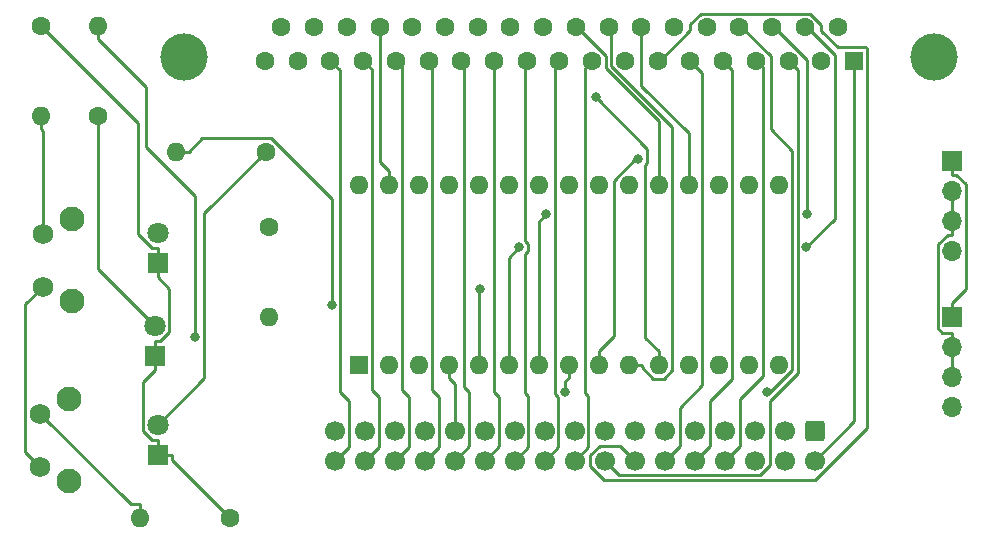
<source format=gbr>
%TF.GenerationSoftware,KiCad,Pcbnew,(6.0.6)*%
%TF.CreationDate,2023-06-02T12:55:39+02:00*%
%TF.ProjectId,X68KFDUINO,5836384b-4644-4554-994e-4f2e6b696361,rev?*%
%TF.SameCoordinates,Original*%
%TF.FileFunction,Copper,L2,Bot*%
%TF.FilePolarity,Positive*%
%FSLAX46Y46*%
G04 Gerber Fmt 4.6, Leading zero omitted, Abs format (unit mm)*
G04 Created by KiCad (PCBNEW (6.0.6)) date 2023-06-02 12:55:39*
%MOMM*%
%LPD*%
G01*
G04 APERTURE LIST*
G04 Aperture macros list*
%AMRoundRect*
0 Rectangle with rounded corners*
0 $1 Rounding radius*
0 $2 $3 $4 $5 $6 $7 $8 $9 X,Y pos of 4 corners*
0 Add a 4 corners polygon primitive as box body*
4,1,4,$2,$3,$4,$5,$6,$7,$8,$9,$2,$3,0*
0 Add four circle primitives for the rounded corners*
1,1,$1+$1,$2,$3*
1,1,$1+$1,$4,$5*
1,1,$1+$1,$6,$7*
1,1,$1+$1,$8,$9*
0 Add four rect primitives between the rounded corners*
20,1,$1+$1,$2,$3,$4,$5,0*
20,1,$1+$1,$4,$5,$6,$7,0*
20,1,$1+$1,$6,$7,$8,$9,0*
20,1,$1+$1,$8,$9,$2,$3,0*%
G04 Aperture macros list end*
%TA.AperFunction,ComponentPad*%
%ADD10R,1.800000X1.800000*%
%TD*%
%TA.AperFunction,ComponentPad*%
%ADD11C,1.800000*%
%TD*%
%TA.AperFunction,ComponentPad*%
%ADD12C,1.600000*%
%TD*%
%TA.AperFunction,ComponentPad*%
%ADD13O,1.600000X1.600000*%
%TD*%
%TA.AperFunction,ComponentPad*%
%ADD14R,1.700000X1.700000*%
%TD*%
%TA.AperFunction,ComponentPad*%
%ADD15O,1.700000X1.700000*%
%TD*%
%TA.AperFunction,ComponentPad*%
%ADD16C,2.100000*%
%TD*%
%TA.AperFunction,ComponentPad*%
%ADD17C,1.750000*%
%TD*%
%TA.AperFunction,ComponentPad*%
%ADD18RoundRect,0.250000X-0.600000X0.600000X-0.600000X-0.600000X0.600000X-0.600000X0.600000X0.600000X0*%
%TD*%
%TA.AperFunction,ComponentPad*%
%ADD19C,1.700000*%
%TD*%
%TA.AperFunction,ComponentPad*%
%ADD20C,4.000000*%
%TD*%
%TA.AperFunction,ComponentPad*%
%ADD21R,1.600000X1.600000*%
%TD*%
%TA.AperFunction,ViaPad*%
%ADD22C,0.800000*%
%TD*%
%TA.AperFunction,Conductor*%
%ADD23C,0.250000*%
%TD*%
G04 APERTURE END LIST*
D10*
%TO.P,D3,1,K*%
%TO.N,GND*%
X121666000Y-81539000D03*
D11*
%TO.P,D3,2,A*%
%TO.N,Net-(D3-Pad2)*%
X121666000Y-78999000D03*
%TD*%
D12*
%TO.P,R5,1*%
%TO.N,GND*%
X128016000Y-95250000D03*
D13*
%TO.P,R5,2*%
%TO.N,BT_FD0*%
X120396000Y-95250000D03*
%TD*%
D12*
%TO.P,R1,1*%
%TO.N,Net-(D1-Pad2)*%
X131064000Y-64262000D03*
D13*
%TO.P,R1,2*%
%TO.N,LEDFD0*%
X123444000Y-64262000D03*
%TD*%
D12*
%TO.P,R3,1*%
%TO.N,Net-(D3-Pad2)*%
X116840000Y-61214000D03*
D13*
%TO.P,R3,2*%
%TO.N,LED_Err*%
X116840000Y-53594000D03*
%TD*%
D14*
%TO.P,J8,1,Pin_1*%
%TO.N,+5V*%
X189173000Y-78242000D03*
D15*
%TO.P,J8,2,Pin_2*%
%TO.N,GND*%
X189173000Y-80782000D03*
%TO.P,J8,3,Pin_3*%
X189173000Y-83322000D03*
%TO.P,J8,4,Pin_4*%
%TO.N,unconnected-(J8-Pad4)*%
X189173000Y-85862000D03*
%TD*%
D16*
%TO.P,SW2,*%
%TO.N,*%
X114688500Y-76942000D03*
X114688500Y-69932000D03*
D17*
%TO.P,SW2,1,1*%
%TO.N,+5V*%
X112198500Y-75692000D03*
%TO.P,SW2,2,2*%
%TO.N,BT_FD1*%
X112198500Y-71192000D03*
%TD*%
D14*
%TO.P,J15,1,Pin_1*%
%TO.N,+5V*%
X189173000Y-65034000D03*
D15*
%TO.P,J15,2,Pin_2*%
%TO.N,GND*%
X189173000Y-67574000D03*
%TO.P,J15,3,Pin_3*%
X189173000Y-70114000D03*
%TO.P,J15,4,Pin_4*%
%TO.N,unconnected-(J15-Pad4)*%
X189173000Y-72654000D03*
%TD*%
D12*
%TO.P,R4,1*%
%TO.N,GND*%
X112014000Y-53594000D03*
D13*
%TO.P,R4,2*%
%TO.N,BT_FD1*%
X112014000Y-61214000D03*
%TD*%
D12*
%TO.P,R2,1*%
%TO.N,Net-(D2-Pad2)*%
X131318000Y-70612000D03*
D13*
%TO.P,R2,2*%
%TO.N,LEDFD1*%
X131318000Y-78232000D03*
%TD*%
D18*
%TO.P,J1,1,Pin_1*%
%TO.N,GND*%
X177546000Y-87884000D03*
D19*
%TO.P,J1,2,Pin_2*%
%TO.N,~{DENSITY}*%
X177546000Y-90424000D03*
%TO.P,J1,3,Pin_3*%
%TO.N,unconnected-(J1-Pad3)*%
X175006000Y-87884000D03*
%TO.P,J1,4,Pin_4*%
%TO.N,unconnected-(J1-Pad4)*%
X175006000Y-90424000D03*
%TO.P,J1,5,Pin_5*%
%TO.N,GND*%
X172466000Y-87884000D03*
%TO.P,J1,6,Pin_6*%
%TO.N,unconnected-(J1-Pad6)*%
X172466000Y-90424000D03*
%TO.P,J1,7,Pin_7*%
%TO.N,GND*%
X169926000Y-87884000D03*
%TO.P,J1,8,Pin_8*%
%TO.N,~{INDEX}*%
X169926000Y-90424000D03*
%TO.P,J1,9,Pin_9*%
%TO.N,GND*%
X167386000Y-87884000D03*
%TO.P,J1,10,Pin_10*%
%TO.N,~{DS0}*%
X167386000Y-90424000D03*
%TO.P,J1,11,Pin_11*%
%TO.N,GND*%
X164846000Y-87884000D03*
%TO.P,J1,12,Pin_12*%
%TO.N,~{DS1}*%
X164846000Y-90424000D03*
%TO.P,J1,13,Pin_13*%
%TO.N,GND*%
X162306000Y-87884000D03*
%TO.P,J1,14,Pin_14*%
%TO.N,~{DS2}*%
X162306000Y-90424000D03*
%TO.P,J1,15,Pin_15*%
%TO.N,GND*%
X159766000Y-87884000D03*
%TO.P,J1,16,Pin_16*%
%TO.N,~{DS3}*%
X159766000Y-90424000D03*
%TO.P,J1,17,Pin_17*%
%TO.N,GND*%
X157226000Y-87884000D03*
%TO.P,J1,18,Pin_18*%
%TO.N,~{DIR}*%
X157226000Y-90424000D03*
%TO.P,J1,19,Pin_19*%
%TO.N,GND*%
X154686000Y-87884000D03*
%TO.P,J1,20,Pin_20*%
%TO.N,~{STEP}*%
X154686000Y-90424000D03*
%TO.P,J1,21,Pin_21*%
%TO.N,GND*%
X152146000Y-87884000D03*
%TO.P,J1,22,Pin_22*%
%TO.N,~{WDATA}*%
X152146000Y-90424000D03*
%TO.P,J1,23,Pin_23*%
%TO.N,GND*%
X149606000Y-87884000D03*
%TO.P,J1,24,Pin_24*%
%TO.N,~{WGATE}*%
X149606000Y-90424000D03*
%TO.P,J1,25,Pin_25*%
%TO.N,GND*%
X147066000Y-87884000D03*
%TO.P,J1,26,Pin_26*%
%TO.N,~{TRK0}*%
X147066000Y-90424000D03*
%TO.P,J1,27,Pin_27*%
%TO.N,GND*%
X144526000Y-87884000D03*
%TO.P,J1,28,Pin_28*%
%TO.N,~{WPROT}*%
X144526000Y-90424000D03*
%TO.P,J1,29,Pin_29*%
%TO.N,GND*%
X141986000Y-87884000D03*
%TO.P,J1,30,Pin_30*%
%TO.N,~{RDATA}*%
X141986000Y-90424000D03*
%TO.P,J1,31,Pin_31*%
%TO.N,GND*%
X139446000Y-87884000D03*
%TO.P,J1,32,Pin_32*%
%TO.N,~{SIDE}*%
X139446000Y-90424000D03*
%TO.P,J1,33,Pin_33*%
%TO.N,GND*%
X136906000Y-87884000D03*
%TO.P,J1,34,Pin_34*%
%TO.N,~{RDY}*%
X136906000Y-90424000D03*
%TD*%
D10*
%TO.P,D2,1,K*%
%TO.N,GND*%
X121920000Y-73665000D03*
D11*
%TO.P,D2,2,A*%
%TO.N,Net-(D2-Pad2)*%
X121920000Y-71125000D03*
%TD*%
D16*
%TO.P,SW1,*%
%TO.N,*%
X114434500Y-92182000D03*
X114434500Y-85172000D03*
D17*
%TO.P,SW1,1,1*%
%TO.N,+5V*%
X111944500Y-90932000D03*
%TO.P,SW1,2,2*%
%TO.N,BT_FD0*%
X111944500Y-86432000D03*
%TD*%
D20*
%TO.P,J2,0*%
%TO.N,N/C*%
X124201000Y-56259300D03*
X187701000Y-56259300D03*
D21*
%TO.P,J2,1,1*%
%TO.N,~{DENSITY}*%
X180881000Y-56559300D03*
D12*
%TO.P,J2,2,2*%
%TO.N,unconnected-(J2-Pad2)*%
X178111000Y-56559300D03*
%TO.P,J2,3,3*%
%TO.N,~{DS3}*%
X175341000Y-56559300D03*
%TO.P,J2,4,4*%
%TO.N,~{INDEX}*%
X172571000Y-56559300D03*
%TO.P,J2,5,5*%
%TO.N,~{DS0}*%
X169801000Y-56559300D03*
%TO.P,J2,6,6*%
%TO.N,~{DS1}*%
X167031000Y-56559300D03*
%TO.P,J2,7,7*%
%TO.N,~{DS2}*%
X164261000Y-56559300D03*
%TO.P,J2,8,8*%
%TO.N,~{MOTOR}*%
X161491000Y-56559300D03*
%TO.P,J2,9,9*%
%TO.N,~{DIR}*%
X158721000Y-56559300D03*
%TO.P,J2,10,10*%
%TO.N,~{STEP}*%
X155951000Y-56559300D03*
%TO.P,J2,11,11*%
%TO.N,~{WDATA}*%
X153181000Y-56559300D03*
%TO.P,J2,12,12*%
%TO.N,~{WGATE}*%
X150411000Y-56559300D03*
%TO.P,J2,13,13*%
%TO.N,~{TRK0}*%
X147641000Y-56559300D03*
%TO.P,J2,14,14*%
%TO.N,~{WPROT}*%
X144871000Y-56559300D03*
%TO.P,J2,15,15*%
%TO.N,~{RDATA}*%
X142101000Y-56559300D03*
%TO.P,J2,16,16*%
%TO.N,~{SIDE}*%
X139331000Y-56559300D03*
%TO.P,J2,17,17*%
%TO.N,~{RDY}*%
X136561000Y-56559300D03*
%TO.P,J2,18,18*%
%TO.N,unconnected-(J2-Pad18)*%
X133791000Y-56559300D03*
%TO.P,J2,19,19*%
%TO.N,unconnected-(J2-Pad19)*%
X131021000Y-56559300D03*
%TO.P,J2,20,20*%
%TO.N,~{OPT0}*%
X179496000Y-53719300D03*
%TO.P,J2,21,21*%
%TO.N,~{OPT1}*%
X176726000Y-53719300D03*
%TO.P,J2,22,22*%
%TO.N,~{OPT2}*%
X173956000Y-53719300D03*
%TO.P,J2,23,23*%
%TO.N,~{OPT3}*%
X171186000Y-53719300D03*
%TO.P,J2,24,24*%
%TO.N,~{EJECT}*%
X168416000Y-53719300D03*
%TO.P,J2,25,25*%
%TO.N,~{EjectMSK}*%
X165646000Y-53719300D03*
%TO.P,J2,26,26*%
%TO.N,LED*%
X162876000Y-53719300D03*
%TO.P,J2,27,27*%
%TO.N,~{INSERTED}*%
X160106000Y-53719300D03*
%TO.P,J2,28,28*%
%TO.N,~{ERROR}*%
X157336000Y-53719300D03*
%TO.P,J2,29,29*%
%TO.N,~{FDDINT}*%
X154566000Y-53719300D03*
%TO.P,J2,30,30*%
%TO.N,GND*%
X151796000Y-53719300D03*
%TO.P,J2,31,31*%
X149026000Y-53719300D03*
%TO.P,J2,32,32*%
X146256000Y-53719300D03*
%TO.P,J2,33,33*%
X143486000Y-53719300D03*
%TO.P,J2,34,34*%
X140716000Y-53719300D03*
%TO.P,J2,35,35*%
X137946000Y-53719300D03*
%TO.P,J2,36,36*%
X135176000Y-53719300D03*
%TO.P,J2,37,37*%
%TO.N,unconnected-(J2-Pad37)*%
X132406000Y-53719300D03*
%TD*%
D10*
%TO.P,D1,1,K*%
%TO.N,GND*%
X121920000Y-89921000D03*
D11*
%TO.P,D1,2,A*%
%TO.N,Net-(D1-Pad2)*%
X121920000Y-87381000D03*
%TD*%
D21*
%TO.P,A1,1,D1/TX*%
%TO.N,unconnected-(A1-Pad1)*%
X138938000Y-82286000D03*
D13*
%TO.P,A1,2,D0/RX*%
%TO.N,unconnected-(A1-Pad2)*%
X141478000Y-82286000D03*
%TO.P,A1,3,~{RESET}*%
%TO.N,unconnected-(A1-Pad3)*%
X144018000Y-82286000D03*
%TO.P,A1,4,GND*%
%TO.N,GND*%
X146558000Y-82286000D03*
%TO.P,A1,5,D2*%
%TO.N,~{OPT0}*%
X149098000Y-82286000D03*
%TO.P,A1,6,D3*%
%TO.N,~{OPT1}*%
X151638000Y-82286000D03*
%TO.P,A1,7,D4*%
%TO.N,~{OPT2}*%
X154178000Y-82286000D03*
%TO.P,A1,8,D5*%
%TO.N,~{OPT3}*%
X156718000Y-82286000D03*
%TO.P,A1,9,D6*%
%TO.N,~{EJECT}*%
X159258000Y-82286000D03*
%TO.P,A1,10,D7*%
%TO.N,~{INSERTED}*%
X161798000Y-82286000D03*
%TO.P,A1,11,D8*%
%TO.N,~{FDDINT}*%
X164338000Y-82286000D03*
%TO.P,A1,12,D9*%
%TO.N,BT_FD0*%
X166878000Y-82286000D03*
%TO.P,A1,13,D10*%
%TO.N,BT_FD1*%
X169418000Y-82286000D03*
%TO.P,A1,14,D11*%
%TO.N,LED_Err*%
X171958000Y-82286000D03*
%TO.P,A1,15,D12*%
%TO.N,LEDFD0*%
X174498000Y-82286000D03*
%TO.P,A1,16,D13*%
%TO.N,unconnected-(A1-Pad16)*%
X174498000Y-67046000D03*
%TO.P,A1,17,3V3*%
%TO.N,unconnected-(A1-Pad17)*%
X171958000Y-67046000D03*
%TO.P,A1,18,AREF*%
%TO.N,unconnected-(A1-Pad18)*%
X169418000Y-67046000D03*
%TO.P,A1,19,A0*%
%TO.N,LED*%
X166878000Y-67046000D03*
%TO.P,A1,20,A1*%
%TO.N,~{ERROR}*%
X164338000Y-67046000D03*
%TO.P,A1,21,A2*%
%TO.N,~{EjectMSK}*%
X161798000Y-67046000D03*
%TO.P,A1,22,A3*%
%TO.N,~{MOTOR}*%
X159258000Y-67046000D03*
%TO.P,A1,23,A4*%
%TO.N,LEDFD1*%
X156718000Y-67046000D03*
%TO.P,A1,24,A5*%
%TO.N,unconnected-(A1-Pad24)*%
X154178000Y-67046000D03*
%TO.P,A1,25,A6*%
%TO.N,unconnected-(A1-Pad25)*%
X151638000Y-67046000D03*
%TO.P,A1,26,A7*%
%TO.N,unconnected-(A1-Pad26)*%
X149098000Y-67046000D03*
%TO.P,A1,27,+5V*%
%TO.N,+5V*%
X146558000Y-67046000D03*
%TO.P,A1,28,~{RESET}*%
%TO.N,unconnected-(A1-Pad28)*%
X144018000Y-67046000D03*
%TO.P,A1,29,GND*%
%TO.N,GND*%
X141478000Y-67046000D03*
%TO.P,A1,30,VIN*%
%TO.N,unconnected-(A1-Pad30)*%
X138938000Y-67046000D03*
%TD*%
D22*
%TO.N,~{OPT0}*%
X149244000Y-75886900D03*
%TO.N,~{OPT1}*%
X176856700Y-72365600D03*
X152561100Y-72365600D03*
%TO.N,~{OPT2}*%
X154836800Y-69545300D03*
X176870200Y-69545300D03*
%TO.N,~{OPT3}*%
X156417000Y-84590300D03*
X173500900Y-84590300D03*
%TO.N,~{EJECT}*%
X162631700Y-64859600D03*
%TO.N,~{FDDINT}*%
X159016300Y-59656800D03*
%TO.N,LED_Err*%
X125083500Y-79971900D03*
%TO.N,LEDFD0*%
X136665900Y-77259500D03*
%TD*%
D23*
%TO.N,GND*%
X120654500Y-83775600D02*
X121666000Y-82764100D01*
X189173000Y-80782000D02*
X189173000Y-79606900D01*
X121920000Y-73102100D02*
X121920000Y-73665000D01*
X122420000Y-89921000D02*
X121920000Y-89921000D01*
X123145100Y-89921000D02*
X123145100Y-90379100D01*
X146558000Y-82286000D02*
X146558000Y-83411100D01*
X121460500Y-72439900D02*
X121920000Y-72439900D01*
X189173000Y-67574000D02*
X189173000Y-70114000D01*
X121920000Y-73665000D02*
X121920000Y-74890100D01*
X121666000Y-81539000D02*
X121666000Y-82764100D01*
X120244800Y-61824800D02*
X120244800Y-71224200D01*
X189173000Y-83322000D02*
X189173000Y-80782000D01*
X122891100Y-79548300D02*
X122125500Y-80313900D01*
X147066000Y-87884000D02*
X147066000Y-83919100D01*
X120654500Y-87889800D02*
X120654500Y-83775600D01*
X121920000Y-89921000D02*
X121920000Y-88695900D01*
X189173000Y-70114000D02*
X189173000Y-71289100D01*
X122420000Y-89921000D02*
X123145100Y-89921000D01*
X140716000Y-53719300D02*
X140716000Y-65158900D01*
X120244800Y-71224200D02*
X121460500Y-72439900D01*
X187987400Y-72109400D02*
X188807700Y-71289100D01*
X121460600Y-88695900D02*
X120654500Y-87889800D01*
X123145100Y-90379100D02*
X128016000Y-95250000D01*
X121920000Y-88695900D02*
X121460600Y-88695900D01*
X140716000Y-65158900D02*
X141478000Y-65920900D01*
X122125500Y-80313900D02*
X121666000Y-80313900D01*
X188365100Y-79606900D02*
X187987400Y-79229200D01*
X122891100Y-75861200D02*
X122891100Y-79548300D01*
X147066000Y-83919100D02*
X146558000Y-83411100D01*
X188807700Y-71289100D02*
X189173000Y-71289100D01*
X141478000Y-67046000D02*
X141478000Y-65920900D01*
X189173000Y-79606900D02*
X188365100Y-79606900D01*
X121920000Y-74890100D02*
X122891100Y-75861200D01*
X121666000Y-81539000D02*
X121666000Y-80313900D01*
X187987400Y-79229200D02*
X187987400Y-72109400D01*
X112014000Y-53594000D02*
X120244800Y-61824800D01*
X121920000Y-73102100D02*
X121920000Y-72439900D01*
%TO.N,~{DENSITY}*%
X180881000Y-87089000D02*
X177546000Y-90424000D01*
X180881000Y-56559300D02*
X180881000Y-87089000D01*
%TO.N,~{DS3}*%
X176115300Y-83019300D02*
X176115300Y-57333600D01*
X160951900Y-91609900D02*
X172950200Y-91609900D01*
X173736000Y-85398600D02*
X176115300Y-83019300D01*
X159766000Y-90424000D02*
X160951900Y-91609900D01*
X173736000Y-90824100D02*
X173736000Y-85398600D01*
X172950200Y-91609900D02*
X173736000Y-90824100D01*
X176115300Y-57333600D02*
X175341000Y-56559300D01*
%TO.N,~{INDEX}*%
X172571000Y-56559300D02*
X173145900Y-57134200D01*
X173145900Y-57134200D02*
X173145900Y-83262800D01*
X173145900Y-83262800D02*
X171196000Y-85212700D01*
X171196000Y-89154000D02*
X169926000Y-90424000D01*
X171196000Y-85212700D02*
X171196000Y-89154000D01*
%TO.N,~{DS0}*%
X168656000Y-85398500D02*
X168656000Y-89154000D01*
X168656000Y-89154000D02*
X167386000Y-90424000D01*
X169801000Y-56559300D02*
X170552900Y-57311200D01*
X170552900Y-83501600D02*
X168656000Y-85398500D01*
X170552900Y-57311200D02*
X170552900Y-83501600D01*
%TO.N,~{DS1}*%
X168058900Y-83998300D02*
X166116000Y-85941200D01*
X166116000Y-89154000D02*
X164846000Y-90424000D01*
X167031000Y-56559300D02*
X168058900Y-57587200D01*
X166116000Y-85941200D02*
X166116000Y-89154000D01*
X168058900Y-57587200D02*
X168058900Y-83998300D01*
%TO.N,~{DS2}*%
X167031000Y-53472400D02*
X167925000Y-52578400D01*
X159749800Y-92083200D02*
X158557000Y-90890400D01*
X161036000Y-89154000D02*
X162306000Y-90424000D01*
X167925000Y-52578400D02*
X177177700Y-52578400D01*
X164471200Y-56559300D02*
X167031000Y-53999500D01*
X164261000Y-56559300D02*
X164471200Y-56559300D01*
X179537700Y-55434100D02*
X181879600Y-55434100D01*
X182006200Y-87653200D02*
X177576200Y-92083200D01*
X182006200Y-55560700D02*
X182006200Y-87653200D01*
X167031000Y-53999500D02*
X167031000Y-53472400D01*
X181879600Y-55434100D02*
X182006200Y-55560700D01*
X158557000Y-89953700D02*
X159356700Y-89154000D01*
X177576200Y-92083200D02*
X159749800Y-92083200D01*
X159356700Y-89154000D02*
X161036000Y-89154000D01*
X177177700Y-52578400D02*
X178111000Y-53511700D01*
X178111000Y-53511700D02*
X178111000Y-54007400D01*
X158557000Y-90890400D02*
X158557000Y-89953700D01*
X178111000Y-54007400D02*
X179537700Y-55434100D01*
%TO.N,~{DIR}*%
X158405200Y-89244800D02*
X157226000Y-90424000D01*
X158132800Y-84715200D02*
X158405200Y-84987600D01*
X158721000Y-56559300D02*
X158132800Y-57147500D01*
X158132800Y-57147500D02*
X158132800Y-84715200D01*
X158405200Y-84987600D02*
X158405200Y-89244800D01*
%TO.N,~{STEP}*%
X155865200Y-85063800D02*
X155865200Y-89244800D01*
X155592800Y-56917500D02*
X155592800Y-84791400D01*
X155951000Y-56559300D02*
X155592800Y-56917500D01*
X155865200Y-89244800D02*
X154686000Y-90424000D01*
X155592800Y-84791400D02*
X155865200Y-85063800D01*
%TO.N,~{WDATA}*%
X153052800Y-56687500D02*
X153181000Y-56559300D01*
X153325200Y-84987600D02*
X153052800Y-84715200D01*
X153286200Y-72065200D02*
X153052800Y-71831800D01*
X153052800Y-71831800D02*
X153052800Y-56687500D01*
X153052800Y-72899400D02*
X153286200Y-72666000D01*
X153325200Y-89244800D02*
X153325200Y-84987600D01*
X153286200Y-72666000D02*
X153286200Y-72065200D01*
X153052800Y-84715200D02*
X153052800Y-72899400D01*
X152146000Y-90424000D02*
X153325200Y-89244800D01*
%TO.N,~{WGATE}*%
X150411000Y-84613400D02*
X150817900Y-85020300D01*
X150817900Y-85020300D02*
X150817900Y-89212100D01*
X150817900Y-89212100D02*
X149606000Y-90424000D01*
X150411000Y-56559300D02*
X150411000Y-84613400D01*
%TO.N,~{TRK0}*%
X147828000Y-56746300D02*
X147641000Y-56559300D01*
X148266900Y-84644900D02*
X147828000Y-84206000D01*
X147066000Y-90424000D02*
X148266900Y-89223100D01*
X148266900Y-89223100D02*
X148266900Y-84644900D01*
X147828000Y-84206000D02*
X147828000Y-56746300D01*
%TO.N,~{WPROT}*%
X145714400Y-89235600D02*
X144526000Y-90424000D01*
X144871000Y-56559300D02*
X145143200Y-56831500D01*
X145143200Y-84425600D02*
X145714400Y-84996800D01*
X145714400Y-84996800D02*
X145714400Y-89235600D01*
X145143200Y-56831500D02*
X145143200Y-84425600D01*
%TO.N,~{RDATA}*%
X142101000Y-56559300D02*
X142603200Y-57061500D01*
X142603200Y-84425600D02*
X143174400Y-84996800D01*
X143174400Y-84996800D02*
X143174400Y-89235600D01*
X143174400Y-89235600D02*
X141986000Y-90424000D01*
X142603200Y-57061500D02*
X142603200Y-84425600D01*
%TO.N,~{SIDE}*%
X140634400Y-84996800D02*
X140634400Y-89235600D01*
X140063200Y-84425600D02*
X140634400Y-84996800D01*
X140063200Y-57291500D02*
X140063200Y-84425600D01*
X139331000Y-56559300D02*
X140063200Y-57291500D01*
X140634400Y-89235600D02*
X139446000Y-90424000D01*
%TO.N,~{RDY}*%
X138096600Y-89233400D02*
X138096600Y-85330900D01*
X136906000Y-90424000D02*
X138096600Y-89233400D01*
X137391000Y-57389300D02*
X136561000Y-56559300D01*
X138096600Y-85330900D02*
X137391000Y-84625300D01*
X137391000Y-84625300D02*
X137391000Y-57389300D01*
%TO.N,~{OPT0}*%
X149098000Y-76032900D02*
X149098000Y-82286000D01*
X149244000Y-75886900D02*
X149098000Y-76032900D01*
%TO.N,~{OPT1}*%
X179239800Y-69982500D02*
X176856700Y-72365600D01*
X151638000Y-73288700D02*
X151638000Y-82286000D01*
X176726000Y-53719300D02*
X176868100Y-53719300D01*
X179239800Y-56091000D02*
X179239800Y-69982500D01*
X152561100Y-72365600D02*
X151638000Y-73288700D01*
X176868100Y-53719300D02*
X179239800Y-56091000D01*
%TO.N,~{OPT2}*%
X176870200Y-56462900D02*
X176870200Y-69545300D01*
X173956000Y-53719300D02*
X174126600Y-53719300D01*
X154178000Y-82286000D02*
X154178000Y-70204100D01*
X174126600Y-53719300D02*
X176870200Y-56462900D01*
X154178000Y-70204100D02*
X154836800Y-69545300D01*
%TO.N,~{OPT3}*%
X173823200Y-56202600D02*
X173823200Y-62321500D01*
X171339900Y-53719300D02*
X173823200Y-56202600D01*
X156417000Y-83712100D02*
X156417000Y-84590300D01*
X173799600Y-84590300D02*
X173500900Y-84590300D01*
X156718000Y-83411100D02*
X156417000Y-83712100D01*
X173823200Y-62321500D02*
X175665200Y-64163500D01*
X175665200Y-82724700D02*
X173799600Y-84590300D01*
X171186000Y-53719300D02*
X171339900Y-53719300D01*
X175665200Y-64163500D02*
X175665200Y-82724700D01*
X156718000Y-82286000D02*
X156718000Y-83411100D01*
%TO.N,~{EJECT}*%
X160528000Y-79890900D02*
X160528000Y-66709400D01*
X162377800Y-64859600D02*
X162631700Y-64859600D01*
X160528000Y-66709400D02*
X162377800Y-64859600D01*
X159258000Y-81160900D02*
X160528000Y-79890900D01*
X159258000Y-82286000D02*
X159258000Y-81160900D01*
%TO.N,LED*%
X162876000Y-53719300D02*
X162876000Y-58693700D01*
X166878000Y-62695700D02*
X166878000Y-67046000D01*
X162876000Y-58693700D02*
X166878000Y-62695700D01*
%TO.N,~{INSERTED}*%
X162923100Y-82519200D02*
X162923100Y-82286000D01*
X165499500Y-62158800D02*
X165499500Y-82756100D01*
X160348500Y-57007800D02*
X165499500Y-62158800D01*
X161798000Y-82286000D02*
X162923100Y-82286000D01*
X163887300Y-83483400D02*
X162923100Y-82519200D01*
X160348500Y-53961800D02*
X160348500Y-57007800D01*
X160106000Y-53719300D02*
X160348500Y-53961800D01*
X165499500Y-82756100D02*
X164772200Y-83483400D01*
X164772200Y-83483400D02*
X163887300Y-83483400D01*
%TO.N,~{ERROR}*%
X157336000Y-53719300D02*
X157473600Y-53719300D01*
X157473600Y-53719300D02*
X159881000Y-56126700D01*
X159881000Y-56126700D02*
X159881000Y-57176900D01*
X164338000Y-61633900D02*
X164338000Y-67046000D01*
X159881000Y-57176900D02*
X164338000Y-61633900D01*
%TO.N,~{FDDINT}*%
X164338000Y-81160900D02*
X163193600Y-80016500D01*
X164338000Y-82286000D02*
X164338000Y-81160900D01*
X163364100Y-64004600D02*
X159016300Y-59656800D01*
X163364100Y-65237300D02*
X163364100Y-64004600D01*
X163193600Y-80016500D02*
X163193600Y-65407800D01*
X163193600Y-65407800D02*
X163364100Y-65237300D01*
%TO.N,+5V*%
X190348100Y-75891800D02*
X189173000Y-77066900D01*
X189540200Y-66209100D02*
X190348100Y-67017000D01*
X111944500Y-90932000D02*
X110704100Y-89691600D01*
X110704100Y-77186400D02*
X112198500Y-75692000D01*
X189173000Y-66209100D02*
X189540200Y-66209100D01*
X189173000Y-65034000D02*
X189173000Y-66209100D01*
X189173000Y-78242000D02*
X189173000Y-77066900D01*
X190348100Y-67017000D02*
X190348100Y-75891800D01*
X110704100Y-89691600D02*
X110704100Y-77186400D01*
%TO.N,Net-(D1-Pad2)*%
X125839200Y-83461800D02*
X125839200Y-69486800D01*
X125839200Y-69486800D02*
X131064000Y-64262000D01*
X121920000Y-87381000D02*
X125839200Y-83461800D01*
%TO.N,Net-(D3-Pad2)*%
X121666000Y-78999000D02*
X116840000Y-74173000D01*
X116840000Y-74173000D02*
X116840000Y-61214000D01*
%TO.N,BT_FD0*%
X120396000Y-95250000D02*
X120396000Y-94124900D01*
X119637400Y-94124900D02*
X120396000Y-94124900D01*
X111944500Y-86432000D02*
X119637400Y-94124900D01*
%TO.N,BT_FD1*%
X112014000Y-62339100D02*
X112198500Y-62523600D01*
X112198500Y-62523600D02*
X112198500Y-71192000D01*
X112014000Y-61214000D02*
X112014000Y-62339100D01*
%TO.N,LED_Err*%
X116840000Y-54719100D02*
X120920000Y-58799100D01*
X116840000Y-53594000D02*
X116840000Y-54719100D01*
X125083500Y-68011200D02*
X125083500Y-79971900D01*
X120920000Y-63847700D02*
X125083500Y-68011200D01*
X120920000Y-58799100D02*
X120920000Y-63847700D01*
%TO.N,LEDFD0*%
X125708500Y-63122600D02*
X131516000Y-63122600D01*
X123444000Y-64262000D02*
X124569100Y-64262000D01*
X131516000Y-63122600D02*
X136665900Y-68272500D01*
X136665900Y-68272500D02*
X136665900Y-77259500D01*
X124569100Y-64262000D02*
X125708500Y-63122600D01*
%TD*%
M02*

</source>
